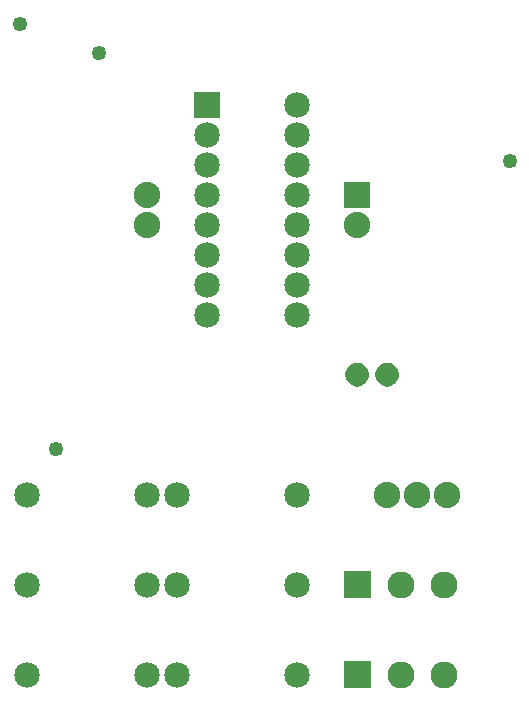
<source format=gts>
G04 MADE WITH FRITZING*
G04 WWW.FRITZING.ORG*
G04 DOUBLE SIDED*
G04 HOLES PLATED*
G04 CONTOUR ON CENTER OF CONTOUR VECTOR*
%ASAXBY*%
%FSLAX23Y23*%
%MOIN*%
%OFA0B0*%
%SFA1.0B1.0*%
%ADD10C,0.088000*%
%ADD11C,0.085000*%
%ADD12C,0.090000*%
%ADD13C,0.049370*%
%ADD14R,0.088000X0.088000*%
%ADD15R,0.085000X0.085000*%
%ADD16C,0.030000*%
%ADD17R,0.001000X0.001000*%
%LNMASK1*%
G90*
G70*
G54D10*
X676Y1927D03*
X676Y2027D03*
X1376Y2027D03*
X1376Y1927D03*
G54D11*
X876Y2327D03*
X1176Y2327D03*
X876Y2227D03*
X1176Y2227D03*
X876Y2127D03*
X1176Y2127D03*
X876Y2027D03*
X1176Y2027D03*
X876Y1927D03*
X1176Y1927D03*
X876Y1827D03*
X1176Y1827D03*
X876Y1727D03*
X1176Y1727D03*
X876Y1627D03*
X1176Y1627D03*
G54D12*
X1376Y427D03*
X1521Y427D03*
X1666Y427D03*
X1376Y427D03*
X1521Y427D03*
X1666Y427D03*
X1376Y727D03*
X1521Y727D03*
X1666Y727D03*
X1376Y727D03*
X1521Y727D03*
X1666Y727D03*
G54D10*
X1476Y1027D03*
X1576Y1027D03*
X1676Y1027D03*
G54D11*
X276Y727D03*
X676Y727D03*
X276Y427D03*
X676Y427D03*
X276Y1027D03*
X676Y1027D03*
X776Y727D03*
X1176Y727D03*
X776Y427D03*
X1176Y427D03*
X776Y1027D03*
X1176Y1027D03*
G54D13*
X1884Y2140D03*
X252Y2596D03*
X372Y1180D03*
X516Y2500D03*
G54D14*
X1376Y2027D03*
G54D15*
X876Y2327D03*
G54D16*
G36*
X647Y1898D02*
X647Y1956D01*
X705Y1956D01*
X705Y1898D01*
X647Y1898D01*
G37*
D02*
G36*
X1447Y1056D02*
X1505Y1056D01*
X1505Y998D01*
X1447Y998D01*
X1447Y1056D01*
G37*
D02*
G54D17*
X1372Y1467D02*
X1380Y1467D01*
X1472Y1467D02*
X1480Y1467D01*
X1367Y1466D02*
X1384Y1466D01*
X1467Y1466D02*
X1484Y1466D01*
X1364Y1465D02*
X1387Y1465D01*
X1464Y1465D02*
X1487Y1465D01*
X1362Y1464D02*
X1390Y1464D01*
X1462Y1464D02*
X1490Y1464D01*
X1360Y1463D02*
X1392Y1463D01*
X1460Y1463D02*
X1492Y1463D01*
X1358Y1462D02*
X1393Y1462D01*
X1458Y1462D02*
X1493Y1462D01*
X1356Y1461D02*
X1395Y1461D01*
X1456Y1461D02*
X1495Y1461D01*
X1355Y1460D02*
X1397Y1460D01*
X1455Y1460D02*
X1497Y1460D01*
X1353Y1459D02*
X1398Y1459D01*
X1453Y1459D02*
X1498Y1459D01*
X1352Y1458D02*
X1399Y1458D01*
X1452Y1458D02*
X1499Y1458D01*
X1351Y1457D02*
X1400Y1457D01*
X1451Y1457D02*
X1500Y1457D01*
X1350Y1456D02*
X1401Y1456D01*
X1450Y1456D02*
X1501Y1456D01*
X1349Y1455D02*
X1402Y1455D01*
X1449Y1455D02*
X1502Y1455D01*
X1348Y1454D02*
X1403Y1454D01*
X1448Y1454D02*
X1503Y1454D01*
X1347Y1453D02*
X1404Y1453D01*
X1447Y1453D02*
X1504Y1453D01*
X1346Y1452D02*
X1405Y1452D01*
X1446Y1452D02*
X1505Y1452D01*
X1345Y1451D02*
X1406Y1451D01*
X1445Y1451D02*
X1506Y1451D01*
X1344Y1450D02*
X1407Y1450D01*
X1444Y1450D02*
X1507Y1450D01*
X1344Y1449D02*
X1408Y1449D01*
X1444Y1449D02*
X1508Y1449D01*
X1343Y1448D02*
X1408Y1448D01*
X1443Y1448D02*
X1508Y1448D01*
X1342Y1447D02*
X1409Y1447D01*
X1442Y1447D02*
X1509Y1447D01*
X1342Y1446D02*
X1410Y1446D01*
X1442Y1446D02*
X1510Y1446D01*
X1341Y1445D02*
X1410Y1445D01*
X1441Y1445D02*
X1510Y1445D01*
X1341Y1444D02*
X1411Y1444D01*
X1441Y1444D02*
X1511Y1444D01*
X1340Y1443D02*
X1411Y1443D01*
X1440Y1443D02*
X1511Y1443D01*
X1340Y1442D02*
X1412Y1442D01*
X1440Y1442D02*
X1512Y1442D01*
X1339Y1441D02*
X1412Y1441D01*
X1439Y1441D02*
X1512Y1441D01*
X1339Y1440D02*
X1413Y1440D01*
X1439Y1440D02*
X1513Y1440D01*
X1338Y1439D02*
X1413Y1439D01*
X1438Y1439D02*
X1513Y1439D01*
X1338Y1438D02*
X1413Y1438D01*
X1438Y1438D02*
X1513Y1438D01*
X1338Y1437D02*
X1414Y1437D01*
X1438Y1437D02*
X1514Y1437D01*
X1337Y1436D02*
X1414Y1436D01*
X1437Y1436D02*
X1514Y1436D01*
X1337Y1435D02*
X1414Y1435D01*
X1437Y1435D02*
X1514Y1435D01*
X1337Y1434D02*
X1414Y1434D01*
X1437Y1434D02*
X1514Y1434D01*
X1337Y1433D02*
X1415Y1433D01*
X1437Y1433D02*
X1515Y1433D01*
X1337Y1432D02*
X1415Y1432D01*
X1437Y1432D02*
X1515Y1432D01*
X1336Y1431D02*
X1415Y1431D01*
X1436Y1431D02*
X1515Y1431D01*
X1336Y1430D02*
X1415Y1430D01*
X1436Y1430D02*
X1515Y1430D01*
X1336Y1429D02*
X1415Y1429D01*
X1436Y1429D02*
X1515Y1429D01*
X1336Y1428D02*
X1415Y1428D01*
X1436Y1428D02*
X1515Y1428D01*
X1336Y1427D02*
X1415Y1427D01*
X1436Y1427D02*
X1515Y1427D01*
X1336Y1426D02*
X1415Y1426D01*
X1436Y1426D02*
X1515Y1426D01*
X1336Y1425D02*
X1415Y1425D01*
X1436Y1425D02*
X1515Y1425D01*
X1336Y1424D02*
X1415Y1424D01*
X1436Y1424D02*
X1515Y1424D01*
X1336Y1423D02*
X1415Y1423D01*
X1436Y1423D02*
X1515Y1423D01*
X1337Y1422D02*
X1415Y1422D01*
X1437Y1422D02*
X1515Y1422D01*
X1337Y1421D02*
X1414Y1421D01*
X1437Y1421D02*
X1514Y1421D01*
X1337Y1420D02*
X1414Y1420D01*
X1437Y1420D02*
X1514Y1420D01*
X1337Y1419D02*
X1414Y1419D01*
X1437Y1419D02*
X1514Y1419D01*
X1338Y1418D02*
X1414Y1418D01*
X1438Y1418D02*
X1514Y1418D01*
X1338Y1417D02*
X1413Y1417D01*
X1438Y1417D02*
X1513Y1417D01*
X1338Y1416D02*
X1413Y1416D01*
X1438Y1416D02*
X1513Y1416D01*
X1339Y1415D02*
X1413Y1415D01*
X1439Y1415D02*
X1513Y1415D01*
X1339Y1414D02*
X1412Y1414D01*
X1439Y1414D02*
X1512Y1414D01*
X1339Y1413D02*
X1412Y1413D01*
X1439Y1413D02*
X1512Y1413D01*
X1340Y1412D02*
X1411Y1412D01*
X1440Y1412D02*
X1511Y1412D01*
X1340Y1411D02*
X1411Y1411D01*
X1440Y1411D02*
X1511Y1411D01*
X1341Y1410D02*
X1410Y1410D01*
X1441Y1410D02*
X1510Y1410D01*
X1342Y1409D02*
X1410Y1409D01*
X1442Y1409D02*
X1510Y1409D01*
X1342Y1408D02*
X1409Y1408D01*
X1442Y1408D02*
X1509Y1408D01*
X1343Y1407D02*
X1408Y1407D01*
X1443Y1407D02*
X1508Y1407D01*
X1343Y1406D02*
X1408Y1406D01*
X1443Y1406D02*
X1508Y1406D01*
X1344Y1405D02*
X1407Y1405D01*
X1444Y1405D02*
X1507Y1405D01*
X1345Y1404D02*
X1406Y1404D01*
X1445Y1404D02*
X1506Y1404D01*
X1346Y1403D02*
X1406Y1403D01*
X1446Y1403D02*
X1506Y1403D01*
X1347Y1402D02*
X1405Y1402D01*
X1447Y1402D02*
X1505Y1402D01*
X1348Y1401D02*
X1404Y1401D01*
X1448Y1401D02*
X1504Y1401D01*
X1349Y1400D02*
X1403Y1400D01*
X1449Y1400D02*
X1503Y1400D01*
X1350Y1399D02*
X1402Y1399D01*
X1450Y1399D02*
X1502Y1399D01*
X1351Y1398D02*
X1401Y1398D01*
X1451Y1398D02*
X1501Y1398D01*
X1352Y1397D02*
X1400Y1397D01*
X1452Y1397D02*
X1500Y1397D01*
X1353Y1396D02*
X1398Y1396D01*
X1453Y1396D02*
X1498Y1396D01*
X1354Y1395D02*
X1397Y1395D01*
X1454Y1395D02*
X1497Y1395D01*
X1356Y1394D02*
X1395Y1394D01*
X1456Y1394D02*
X1495Y1394D01*
X1357Y1393D02*
X1394Y1393D01*
X1457Y1393D02*
X1494Y1393D01*
X1359Y1392D02*
X1392Y1392D01*
X1459Y1392D02*
X1492Y1392D01*
X1361Y1391D02*
X1390Y1391D01*
X1461Y1391D02*
X1490Y1391D01*
X1363Y1390D02*
X1388Y1390D01*
X1463Y1390D02*
X1488Y1390D01*
X1366Y1389D02*
X1385Y1389D01*
X1466Y1389D02*
X1485Y1389D01*
X1370Y1388D02*
X1381Y1388D01*
X1470Y1388D02*
X1481Y1388D01*
X1331Y772D02*
X1420Y772D01*
X1331Y771D02*
X1420Y771D01*
X1331Y770D02*
X1420Y770D01*
X1331Y769D02*
X1420Y769D01*
X1331Y768D02*
X1420Y768D01*
X1331Y767D02*
X1420Y767D01*
X1331Y766D02*
X1420Y766D01*
X1331Y765D02*
X1420Y765D01*
X1331Y764D02*
X1420Y764D01*
X1331Y763D02*
X1420Y763D01*
X1331Y762D02*
X1420Y762D01*
X1331Y761D02*
X1420Y761D01*
X1331Y760D02*
X1420Y760D01*
X1331Y759D02*
X1420Y759D01*
X1331Y758D02*
X1420Y758D01*
X1331Y757D02*
X1420Y757D01*
X1331Y756D02*
X1420Y756D01*
X1331Y755D02*
X1420Y755D01*
X1331Y754D02*
X1420Y754D01*
X1331Y753D02*
X1420Y753D01*
X1331Y752D02*
X1420Y752D01*
X1331Y751D02*
X1420Y751D01*
X1331Y750D02*
X1420Y750D01*
X1331Y749D02*
X1420Y749D01*
X1331Y748D02*
X1420Y748D01*
X1331Y747D02*
X1420Y747D01*
X1331Y746D02*
X1373Y746D01*
X1378Y746D02*
X1420Y746D01*
X1331Y745D02*
X1369Y745D01*
X1382Y745D02*
X1420Y745D01*
X1331Y744D02*
X1367Y744D01*
X1384Y744D02*
X1420Y744D01*
X1331Y743D02*
X1365Y743D01*
X1386Y743D02*
X1420Y743D01*
X1331Y742D02*
X1364Y742D01*
X1388Y742D02*
X1420Y742D01*
X1331Y741D02*
X1362Y741D01*
X1389Y741D02*
X1420Y741D01*
X1331Y740D02*
X1361Y740D01*
X1390Y740D02*
X1420Y740D01*
X1331Y739D02*
X1360Y739D01*
X1391Y739D02*
X1420Y739D01*
X1331Y738D02*
X1360Y738D01*
X1392Y738D02*
X1420Y738D01*
X1331Y737D02*
X1359Y737D01*
X1392Y737D02*
X1420Y737D01*
X1331Y736D02*
X1358Y736D01*
X1393Y736D02*
X1420Y736D01*
X1331Y735D02*
X1358Y735D01*
X1393Y735D02*
X1420Y735D01*
X1331Y734D02*
X1358Y734D01*
X1394Y734D02*
X1420Y734D01*
X1331Y733D02*
X1357Y733D01*
X1394Y733D02*
X1420Y733D01*
X1331Y732D02*
X1357Y732D01*
X1394Y732D02*
X1420Y732D01*
X1331Y731D02*
X1357Y731D01*
X1394Y731D02*
X1420Y731D01*
X1331Y730D02*
X1357Y730D01*
X1395Y730D02*
X1420Y730D01*
X1331Y729D02*
X1357Y729D01*
X1395Y729D02*
X1420Y729D01*
X1331Y728D02*
X1357Y728D01*
X1395Y728D02*
X1420Y728D01*
X1331Y727D02*
X1357Y727D01*
X1395Y727D02*
X1420Y727D01*
X1331Y726D02*
X1357Y726D01*
X1395Y726D02*
X1420Y726D01*
X1331Y725D02*
X1357Y725D01*
X1395Y725D02*
X1420Y725D01*
X1331Y724D02*
X1357Y724D01*
X1394Y724D02*
X1420Y724D01*
X1331Y723D02*
X1357Y723D01*
X1394Y723D02*
X1420Y723D01*
X1331Y722D02*
X1357Y722D01*
X1394Y722D02*
X1420Y722D01*
X1331Y721D02*
X1358Y721D01*
X1394Y721D02*
X1420Y721D01*
X1331Y720D02*
X1358Y720D01*
X1393Y720D02*
X1420Y720D01*
X1331Y719D02*
X1358Y719D01*
X1393Y719D02*
X1420Y719D01*
X1331Y718D02*
X1359Y718D01*
X1392Y718D02*
X1420Y718D01*
X1331Y717D02*
X1359Y717D01*
X1392Y717D02*
X1420Y717D01*
X1331Y716D02*
X1360Y716D01*
X1391Y716D02*
X1420Y716D01*
X1331Y715D02*
X1361Y715D01*
X1390Y715D02*
X1420Y715D01*
X1331Y714D02*
X1362Y714D01*
X1389Y714D02*
X1420Y714D01*
X1331Y713D02*
X1363Y713D01*
X1388Y713D02*
X1420Y713D01*
X1331Y712D02*
X1365Y712D01*
X1387Y712D02*
X1420Y712D01*
X1331Y711D02*
X1366Y711D01*
X1385Y711D02*
X1420Y711D01*
X1331Y710D02*
X1368Y710D01*
X1383Y710D02*
X1420Y710D01*
X1331Y709D02*
X1371Y709D01*
X1380Y709D02*
X1420Y709D01*
X1331Y708D02*
X1420Y708D01*
X1331Y707D02*
X1420Y707D01*
X1331Y706D02*
X1420Y706D01*
X1331Y705D02*
X1420Y705D01*
X1331Y704D02*
X1420Y704D01*
X1331Y703D02*
X1420Y703D01*
X1331Y702D02*
X1420Y702D01*
X1331Y701D02*
X1420Y701D01*
X1331Y700D02*
X1420Y700D01*
X1331Y699D02*
X1420Y699D01*
X1331Y698D02*
X1420Y698D01*
X1331Y697D02*
X1420Y697D01*
X1331Y696D02*
X1420Y696D01*
X1331Y695D02*
X1420Y695D01*
X1331Y694D02*
X1420Y694D01*
X1331Y693D02*
X1420Y693D01*
X1331Y692D02*
X1420Y692D01*
X1331Y691D02*
X1420Y691D01*
X1331Y690D02*
X1420Y690D01*
X1331Y689D02*
X1420Y689D01*
X1331Y688D02*
X1420Y688D01*
X1331Y687D02*
X1420Y687D01*
X1331Y686D02*
X1420Y686D01*
X1331Y685D02*
X1420Y685D01*
X1331Y684D02*
X1420Y684D01*
X1331Y683D02*
X1420Y683D01*
X1331Y472D02*
X1420Y472D01*
X1331Y471D02*
X1420Y471D01*
X1331Y470D02*
X1420Y470D01*
X1331Y469D02*
X1420Y469D01*
X1331Y468D02*
X1420Y468D01*
X1331Y467D02*
X1420Y467D01*
X1331Y466D02*
X1420Y466D01*
X1331Y465D02*
X1420Y465D01*
X1331Y464D02*
X1420Y464D01*
X1331Y463D02*
X1420Y463D01*
X1331Y462D02*
X1420Y462D01*
X1331Y461D02*
X1420Y461D01*
X1331Y460D02*
X1420Y460D01*
X1331Y459D02*
X1420Y459D01*
X1331Y458D02*
X1420Y458D01*
X1331Y457D02*
X1420Y457D01*
X1331Y456D02*
X1420Y456D01*
X1331Y455D02*
X1420Y455D01*
X1331Y454D02*
X1420Y454D01*
X1331Y453D02*
X1420Y453D01*
X1331Y452D02*
X1420Y452D01*
X1331Y451D02*
X1420Y451D01*
X1331Y450D02*
X1420Y450D01*
X1331Y449D02*
X1420Y449D01*
X1331Y448D02*
X1420Y448D01*
X1331Y447D02*
X1420Y447D01*
X1331Y446D02*
X1373Y446D01*
X1378Y446D02*
X1420Y446D01*
X1331Y445D02*
X1369Y445D01*
X1382Y445D02*
X1420Y445D01*
X1331Y444D02*
X1367Y444D01*
X1384Y444D02*
X1420Y444D01*
X1331Y443D02*
X1365Y443D01*
X1386Y443D02*
X1420Y443D01*
X1331Y442D02*
X1364Y442D01*
X1388Y442D02*
X1420Y442D01*
X1331Y441D02*
X1362Y441D01*
X1389Y441D02*
X1420Y441D01*
X1331Y440D02*
X1361Y440D01*
X1390Y440D02*
X1420Y440D01*
X1331Y439D02*
X1360Y439D01*
X1391Y439D02*
X1420Y439D01*
X1331Y438D02*
X1360Y438D01*
X1392Y438D02*
X1420Y438D01*
X1331Y437D02*
X1359Y437D01*
X1392Y437D02*
X1420Y437D01*
X1331Y436D02*
X1358Y436D01*
X1393Y436D02*
X1420Y436D01*
X1331Y435D02*
X1358Y435D01*
X1393Y435D02*
X1420Y435D01*
X1331Y434D02*
X1358Y434D01*
X1394Y434D02*
X1420Y434D01*
X1331Y433D02*
X1357Y433D01*
X1394Y433D02*
X1420Y433D01*
X1331Y432D02*
X1357Y432D01*
X1394Y432D02*
X1420Y432D01*
X1331Y431D02*
X1357Y431D01*
X1394Y431D02*
X1420Y431D01*
X1331Y430D02*
X1357Y430D01*
X1395Y430D02*
X1420Y430D01*
X1331Y429D02*
X1357Y429D01*
X1395Y429D02*
X1420Y429D01*
X1331Y428D02*
X1357Y428D01*
X1395Y428D02*
X1420Y428D01*
X1331Y427D02*
X1357Y427D01*
X1395Y427D02*
X1420Y427D01*
X1331Y426D02*
X1357Y426D01*
X1395Y426D02*
X1420Y426D01*
X1331Y425D02*
X1357Y425D01*
X1395Y425D02*
X1420Y425D01*
X1331Y424D02*
X1357Y424D01*
X1394Y424D02*
X1420Y424D01*
X1331Y423D02*
X1357Y423D01*
X1394Y423D02*
X1420Y423D01*
X1331Y422D02*
X1357Y422D01*
X1394Y422D02*
X1420Y422D01*
X1331Y421D02*
X1358Y421D01*
X1394Y421D02*
X1420Y421D01*
X1331Y420D02*
X1358Y420D01*
X1393Y420D02*
X1420Y420D01*
X1331Y419D02*
X1358Y419D01*
X1393Y419D02*
X1420Y419D01*
X1331Y418D02*
X1359Y418D01*
X1392Y418D02*
X1420Y418D01*
X1331Y417D02*
X1359Y417D01*
X1392Y417D02*
X1420Y417D01*
X1331Y416D02*
X1360Y416D01*
X1391Y416D02*
X1420Y416D01*
X1331Y415D02*
X1361Y415D01*
X1390Y415D02*
X1420Y415D01*
X1331Y414D02*
X1362Y414D01*
X1389Y414D02*
X1420Y414D01*
X1331Y413D02*
X1363Y413D01*
X1388Y413D02*
X1420Y413D01*
X1331Y412D02*
X1365Y412D01*
X1387Y412D02*
X1420Y412D01*
X1331Y411D02*
X1366Y411D01*
X1385Y411D02*
X1420Y411D01*
X1331Y410D02*
X1368Y410D01*
X1383Y410D02*
X1420Y410D01*
X1331Y409D02*
X1371Y409D01*
X1380Y409D02*
X1420Y409D01*
X1331Y408D02*
X1420Y408D01*
X1331Y407D02*
X1420Y407D01*
X1331Y406D02*
X1420Y406D01*
X1331Y405D02*
X1420Y405D01*
X1331Y404D02*
X1420Y404D01*
X1331Y403D02*
X1420Y403D01*
X1331Y402D02*
X1420Y402D01*
X1331Y401D02*
X1420Y401D01*
X1331Y400D02*
X1420Y400D01*
X1331Y399D02*
X1420Y399D01*
X1331Y398D02*
X1420Y398D01*
X1331Y397D02*
X1420Y397D01*
X1331Y396D02*
X1420Y396D01*
X1331Y395D02*
X1420Y395D01*
X1331Y394D02*
X1420Y394D01*
X1331Y393D02*
X1420Y393D01*
X1331Y392D02*
X1420Y392D01*
X1331Y391D02*
X1420Y391D01*
X1331Y390D02*
X1420Y390D01*
X1331Y389D02*
X1420Y389D01*
X1331Y388D02*
X1420Y388D01*
X1331Y387D02*
X1420Y387D01*
X1331Y386D02*
X1420Y386D01*
X1331Y385D02*
X1420Y385D01*
X1331Y384D02*
X1420Y384D01*
X1331Y383D02*
X1420Y383D01*
D02*
G04 End of Mask1*
M02*
</source>
